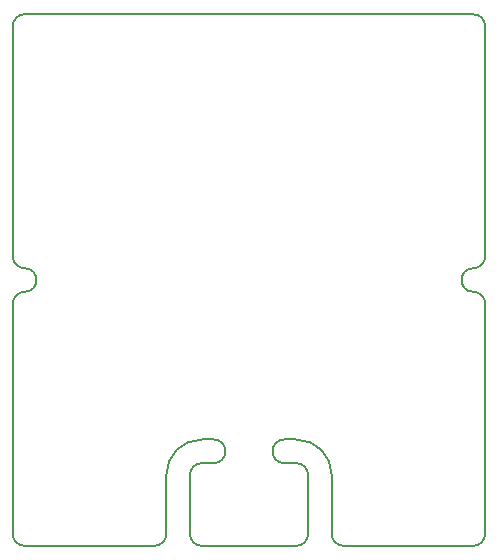
<source format=gbr>
%TF.GenerationSoftware,KiCad,Pcbnew,5.0.1-33cea8e~67~ubuntu18.04.1*%
%TF.CreationDate,2019-01-09T21:02:38+01:00*%
%TF.ProjectId,hvac-sensor-module,687661632D73656E736F722D6D6F6475,1.0*%
%TF.SameCoordinates,Original*%
%TF.FileFunction,Profile,NP*%
%FSLAX46Y46*%
G04 Gerber Fmt 4.6, Leading zero omitted, Abs format (unit mm)*
G04 Created by KiCad (PCBNEW 5.0.1-33cea8e~67~ubuntu18.04.1) date Mi 09 Jan 2019 21:02:38 CET*
%MOMM*%
%LPD*%
G01*
G04 APERTURE LIST*
%ADD10C,0.150000*%
G04 APERTURE END LIST*
D10*
X165000000Y-104500000D02*
X165000000Y-124000000D01*
X164000000Y-103500000D02*
G75*
G02X164000000Y-101500000I0J1000000D01*
G01*
X164000000Y-103500000D02*
G75*
G02X165000000Y-104500000I0J-1000000D01*
G01*
X165000000Y-100500000D02*
G75*
G02X164000000Y-101500000I-1000000J0D01*
G01*
X125000000Y-104500000D02*
G75*
G02X126000000Y-103500000I1000000J0D01*
G01*
X125000000Y-124000000D02*
X125000000Y-104500000D01*
X126000000Y-101500000D02*
G75*
G02X125000000Y-100500000I0J1000000D01*
G01*
X126000000Y-101500000D02*
G75*
G02X126000000Y-103500000I0J-1000000D01*
G01*
X125000000Y-81000000D02*
G75*
G02X126000000Y-80000000I1000000J0D01*
G01*
X164000000Y-80000000D02*
G75*
G02X165000000Y-81000000I0J-1000000D01*
G01*
X148000000Y-116000000D02*
X149000000Y-116000000D01*
X152000000Y-119000000D02*
X152000000Y-124000000D01*
X153000000Y-125000000D02*
X164000000Y-125000000D01*
X137000000Y-125000000D02*
X126000000Y-125000000D01*
X138000000Y-119000000D02*
X138000000Y-124000000D01*
X153000000Y-125000000D02*
G75*
G02X152000000Y-124000000I0J1000000D01*
G01*
X138000000Y-124000000D02*
G75*
G02X137000000Y-125000000I-1000000J0D01*
G01*
X126000000Y-125000000D02*
G75*
G02X125000000Y-124000000I0J1000000D01*
G01*
X165000000Y-124000000D02*
G75*
G02X164000000Y-125000000I-1000000J0D01*
G01*
X149000000Y-116000000D02*
G75*
G02X152000000Y-119000000I0J-3000000D01*
G01*
X138000000Y-119000000D02*
G75*
G02X141000000Y-116000000I3000000J0D01*
G01*
X141000000Y-125000000D02*
G75*
G02X140000000Y-124000000I0J1000000D01*
G01*
X150000000Y-124000000D02*
G75*
G02X149000000Y-125000000I-1000000J0D01*
G01*
X149000000Y-118000000D02*
G75*
G02X150000000Y-119000000I0J-1000000D01*
G01*
X140000000Y-119000000D02*
G75*
G02X141000000Y-118000000I1000000J0D01*
G01*
X142000000Y-116000000D02*
G75*
G02X142000000Y-118000000I0J-1000000D01*
G01*
X148000000Y-118000000D02*
G75*
G02X148000000Y-116000000I0J1000000D01*
G01*
X149000000Y-118000000D02*
X148000000Y-118000000D01*
X150000000Y-124000000D02*
X150000000Y-119000000D01*
X141000000Y-125000000D02*
X149000000Y-125000000D01*
X140000000Y-119000000D02*
X140000000Y-124000000D01*
X142000000Y-118000000D02*
X141000000Y-118000000D01*
X125000000Y-100500000D02*
X125000000Y-81000000D01*
X142000000Y-116000000D02*
X141000000Y-116000000D01*
X165000000Y-81000000D02*
X165000000Y-100500000D01*
X126000000Y-80000000D02*
X164000000Y-80000000D01*
M02*

</source>
